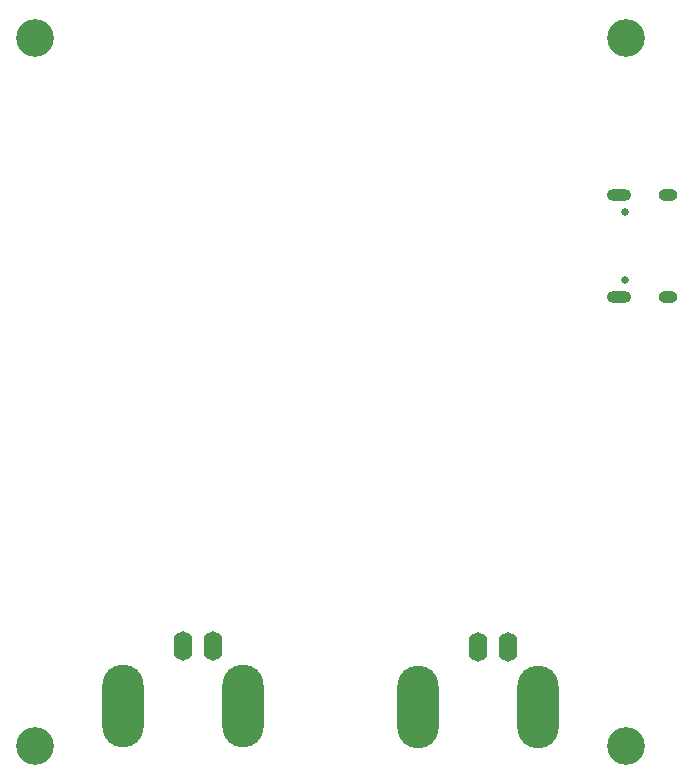
<source format=gbr>
%TF.GenerationSoftware,KiCad,Pcbnew,(6.0.4)*%
%TF.CreationDate,2022-11-12T18:53:05-06:00*%
%TF.ProjectId,Signalyzer,5369676e-616c-4797-9a65-722e6b696361,rev?*%
%TF.SameCoordinates,Original*%
%TF.FileFunction,Soldermask,Bot*%
%TF.FilePolarity,Negative*%
%FSLAX46Y46*%
G04 Gerber Fmt 4.6, Leading zero omitted, Abs format (unit mm)*
G04 Created by KiCad (PCBNEW (6.0.4)) date 2022-11-12 18:53:05*
%MOMM*%
%LPD*%
G01*
G04 APERTURE LIST*
%ADD10C,0.650000*%
%ADD11O,2.100000X1.000000*%
%ADD12O,1.600000X1.000000*%
%ADD13C,3.200000*%
%ADD14O,1.600000X2.500000*%
%ADD15O,3.500000X7.000000*%
G04 APERTURE END LIST*
D10*
%TO.C,J200*%
X165650000Y-82540000D03*
X165650000Y-76760000D03*
D11*
X165120000Y-83970000D03*
D12*
X169300000Y-75330000D03*
X169300000Y-83970000D03*
D11*
X165120000Y-75330000D03*
%TD*%
D13*
%TO.C,H1*%
X115750000Y-122000000D03*
%TD*%
D14*
%TO.C,J400*%
X153250000Y-113600000D03*
D15*
X148170000Y-118680000D03*
D14*
X155790000Y-113600000D03*
D15*
X158330000Y-118680000D03*
%TD*%
D13*
%TO.C,H4*%
X115750000Y-62000000D03*
%TD*%
%TO.C,H2*%
X165750000Y-122000000D03*
%TD*%
D14*
%TO.C,J300*%
X128250000Y-113500000D03*
X130790000Y-113500000D03*
D15*
X133330000Y-118580000D03*
X123170000Y-118580000D03*
%TD*%
D13*
%TO.C,H3*%
X165750000Y-62000000D03*
%TD*%
M02*

</source>
